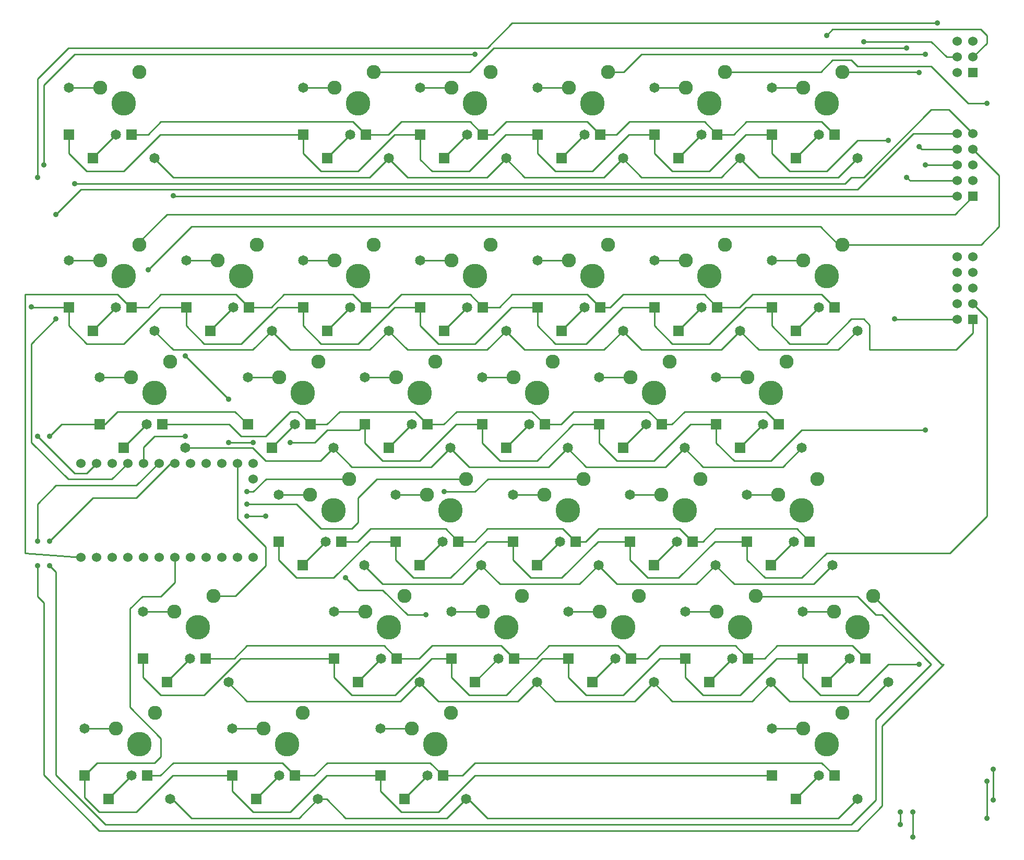
<source format=gtl>
G04 (created by PCBNEW (2013-07-07 BZR 4022)-stable) date 11/2/2014 12:02:25 AM*
%MOIN*%
G04 Gerber Fmt 3.4, Leading zero omitted, Abs format*
%FSLAX34Y34*%
G01*
G70*
G90*
G04 APERTURE LIST*
%ADD10C,0.00590551*%
%ADD11C,0.09*%
%ADD12C,0.157*%
%ADD13C,0.065*%
%ADD14R,0.065X0.065*%
%ADD15R,0.06X0.06*%
%ADD16C,0.06*%
%ADD17C,0.035*%
%ADD18C,0.01*%
G04 APERTURE END LIST*
G54D10*
G54D11*
X55330Y-42488D03*
X52830Y-43488D03*
G54D12*
X54330Y-44488D03*
G54D13*
X50830Y-43488D03*
G54D14*
X50830Y-46488D03*
G54D13*
X53830Y-46488D03*
G54D14*
X54830Y-46488D03*
X52362Y-47988D03*
G54D13*
X56299Y-47988D03*
G54D11*
X41944Y-27527D03*
X39444Y-28527D03*
G54D12*
X40944Y-29527D03*
G54D13*
X37444Y-28527D03*
G54D14*
X37444Y-31527D03*
G54D13*
X40444Y-31527D03*
G54D14*
X41444Y-31527D03*
X38976Y-33027D03*
G54D13*
X42913Y-33027D03*
G54D11*
X45881Y-35007D03*
X43381Y-36007D03*
G54D12*
X44881Y-37007D03*
G54D13*
X41381Y-36007D03*
G54D14*
X41381Y-39007D03*
G54D13*
X44381Y-39007D03*
G54D14*
X45381Y-39007D03*
X42913Y-40507D03*
G54D13*
X46850Y-40507D03*
G54D11*
X47850Y-42488D03*
X45350Y-43488D03*
G54D12*
X46850Y-44488D03*
G54D13*
X43350Y-43488D03*
G54D14*
X43350Y-46488D03*
G54D13*
X46350Y-46488D03*
G54D14*
X47350Y-46488D03*
X44881Y-47988D03*
G54D13*
X48818Y-47988D03*
G54D11*
X51393Y-49968D03*
X48893Y-50968D03*
G54D12*
X50393Y-51968D03*
G54D13*
X46893Y-50968D03*
G54D14*
X46893Y-53968D03*
G54D13*
X49893Y-53968D03*
G54D14*
X50893Y-53968D03*
X48425Y-55468D03*
G54D13*
X52362Y-55468D03*
G54D11*
X64385Y-57448D03*
X61885Y-58448D03*
G54D12*
X63385Y-59448D03*
G54D13*
X59885Y-58448D03*
G54D14*
X59885Y-61448D03*
G54D13*
X62885Y-61448D03*
G54D14*
X63885Y-61448D03*
X61417Y-62948D03*
G54D13*
X65354Y-62948D03*
G54D11*
X56905Y-16503D03*
X54405Y-17503D03*
G54D12*
X55905Y-18503D03*
G54D13*
X52405Y-17503D03*
G54D14*
X52405Y-20503D03*
G54D13*
X55405Y-20503D03*
G54D14*
X56405Y-20503D03*
X53937Y-22003D03*
G54D13*
X57874Y-22003D03*
G54D11*
X49425Y-27527D03*
X46925Y-28527D03*
G54D12*
X48425Y-29527D03*
G54D13*
X44925Y-28527D03*
G54D14*
X44925Y-31527D03*
G54D13*
X47925Y-31527D03*
G54D14*
X48925Y-31527D03*
X46456Y-33027D03*
G54D13*
X50393Y-33027D03*
G54D11*
X53362Y-35007D03*
X50862Y-36007D03*
G54D12*
X52362Y-37007D03*
G54D13*
X48862Y-36007D03*
G54D14*
X48862Y-39007D03*
G54D13*
X51862Y-39007D03*
G54D14*
X52862Y-39007D03*
X50393Y-40507D03*
G54D13*
X54330Y-40507D03*
G54D11*
X19503Y-16503D03*
X17003Y-17503D03*
G54D12*
X18503Y-18503D03*
G54D13*
X15003Y-17503D03*
G54D14*
X15003Y-20503D03*
G54D13*
X18003Y-20503D03*
G54D14*
X19003Y-20503D03*
X16535Y-22003D03*
G54D13*
X20472Y-22003D03*
G54D11*
X58874Y-49968D03*
X56374Y-50968D03*
G54D12*
X57874Y-51968D03*
G54D13*
X54374Y-50968D03*
G54D14*
X54374Y-53968D03*
G54D13*
X57374Y-53968D03*
G54D14*
X58374Y-53968D03*
X55905Y-55468D03*
G54D13*
X59842Y-55468D03*
G54D11*
X64385Y-16503D03*
X61885Y-17503D03*
G54D12*
X63385Y-18503D03*
G54D13*
X59885Y-17503D03*
G54D14*
X59885Y-20503D03*
G54D13*
X62885Y-20503D03*
G54D14*
X63885Y-20503D03*
X61417Y-22003D03*
G54D13*
X65354Y-22003D03*
G54D11*
X56905Y-27527D03*
X54405Y-28527D03*
G54D12*
X55905Y-29527D03*
G54D13*
X52405Y-28527D03*
G54D14*
X52405Y-31527D03*
G54D13*
X55405Y-31527D03*
G54D14*
X56405Y-31527D03*
X53937Y-33027D03*
G54D13*
X57874Y-33027D03*
G54D11*
X60842Y-35007D03*
X58342Y-36007D03*
G54D12*
X59842Y-37007D03*
G54D13*
X56342Y-36007D03*
G54D14*
X56342Y-39007D03*
G54D13*
X59342Y-39007D03*
G54D14*
X60342Y-39007D03*
X57874Y-40507D03*
G54D13*
X61811Y-40507D03*
G54D11*
X62811Y-42488D03*
X60311Y-43488D03*
G54D12*
X61811Y-44488D03*
G54D13*
X58311Y-43488D03*
G54D14*
X58311Y-46488D03*
G54D13*
X61311Y-46488D03*
G54D14*
X62311Y-46488D03*
X59842Y-47988D03*
G54D13*
X63779Y-47988D03*
G54D11*
X66354Y-49968D03*
X63854Y-50968D03*
G54D12*
X65354Y-51968D03*
G54D13*
X61854Y-50968D03*
G54D14*
X61854Y-53968D03*
G54D13*
X64854Y-53968D03*
G54D14*
X65854Y-53968D03*
X63385Y-55468D03*
G54D13*
X67322Y-55468D03*
G54D11*
X64385Y-27527D03*
X61885Y-28527D03*
G54D12*
X63385Y-29527D03*
G54D13*
X59885Y-28527D03*
G54D14*
X59885Y-31527D03*
G54D13*
X62885Y-31527D03*
G54D14*
X63885Y-31527D03*
X61417Y-33027D03*
G54D13*
X65354Y-33027D03*
G54D11*
X49425Y-16503D03*
X46925Y-17503D03*
G54D12*
X48425Y-18503D03*
G54D13*
X44925Y-17503D03*
G54D14*
X44925Y-20503D03*
G54D13*
X47925Y-20503D03*
G54D14*
X48925Y-20503D03*
X46456Y-22003D03*
G54D13*
X50393Y-22003D03*
G54D11*
X19503Y-27527D03*
X17003Y-28527D03*
G54D12*
X18503Y-29527D03*
G54D13*
X15003Y-28527D03*
G54D14*
X15003Y-31527D03*
G54D13*
X18003Y-31527D03*
G54D14*
X19003Y-31527D03*
X16535Y-33027D03*
G54D13*
X20472Y-33027D03*
G54D11*
X21472Y-35007D03*
X18972Y-36007D03*
G54D12*
X20472Y-37007D03*
G54D13*
X16972Y-36007D03*
G54D14*
X16972Y-39007D03*
G54D13*
X19972Y-39007D03*
G54D14*
X20972Y-39007D03*
X18503Y-40507D03*
G54D13*
X22440Y-40507D03*
G54D11*
X24228Y-49968D03*
X21728Y-50968D03*
G54D12*
X23228Y-51968D03*
G54D13*
X19728Y-50968D03*
G54D14*
X19728Y-53968D03*
G54D13*
X22728Y-53968D03*
G54D14*
X23728Y-53968D03*
X21259Y-55468D03*
G54D13*
X25196Y-55468D03*
G54D11*
X20488Y-57448D03*
X17988Y-58448D03*
G54D12*
X19488Y-59448D03*
G54D13*
X15988Y-58448D03*
G54D14*
X15988Y-61448D03*
G54D13*
X18988Y-61448D03*
G54D14*
X19988Y-61448D03*
X17519Y-62948D03*
G54D13*
X21456Y-62948D03*
G54D11*
X34464Y-16503D03*
X31964Y-17503D03*
G54D12*
X33464Y-18503D03*
G54D13*
X29964Y-17503D03*
G54D14*
X29964Y-20503D03*
G54D13*
X32964Y-20503D03*
G54D14*
X33964Y-20503D03*
X31496Y-22003D03*
G54D13*
X35433Y-22003D03*
G54D11*
X26984Y-27527D03*
X24484Y-28527D03*
G54D12*
X25984Y-29527D03*
G54D13*
X22484Y-28527D03*
G54D14*
X22484Y-31527D03*
G54D13*
X25484Y-31527D03*
G54D14*
X26484Y-31527D03*
X24015Y-33027D03*
G54D13*
X27952Y-33027D03*
G54D11*
X30921Y-35007D03*
X28421Y-36007D03*
G54D12*
X29921Y-37007D03*
G54D13*
X26421Y-36007D03*
G54D14*
X26421Y-39007D03*
G54D13*
X29421Y-39007D03*
G54D14*
X30421Y-39007D03*
X27952Y-40507D03*
G54D13*
X31889Y-40507D03*
G54D11*
X32889Y-42488D03*
X30389Y-43488D03*
G54D12*
X31889Y-44488D03*
G54D13*
X28389Y-43488D03*
G54D14*
X28389Y-46488D03*
G54D13*
X31389Y-46488D03*
G54D14*
X32389Y-46488D03*
X29921Y-47988D03*
G54D13*
X33858Y-47988D03*
G54D11*
X36433Y-49968D03*
X33933Y-50968D03*
G54D12*
X35433Y-51968D03*
G54D13*
X31933Y-50968D03*
G54D14*
X31933Y-53968D03*
G54D13*
X34933Y-53968D03*
G54D14*
X35933Y-53968D03*
X33464Y-55468D03*
G54D13*
X37401Y-55468D03*
G54D11*
X29937Y-57448D03*
X27437Y-58448D03*
G54D12*
X28937Y-59448D03*
G54D13*
X25437Y-58448D03*
G54D14*
X25437Y-61448D03*
G54D13*
X28437Y-61448D03*
G54D14*
X29437Y-61448D03*
X26968Y-62948D03*
G54D13*
X30905Y-62948D03*
G54D11*
X41944Y-16503D03*
X39444Y-17503D03*
G54D12*
X40944Y-18503D03*
G54D13*
X37444Y-17503D03*
G54D14*
X37444Y-20503D03*
G54D13*
X40444Y-20503D03*
G54D14*
X41444Y-20503D03*
X38976Y-22003D03*
G54D13*
X42913Y-22003D03*
G54D11*
X34464Y-27527D03*
X31964Y-28527D03*
G54D12*
X33464Y-29527D03*
G54D13*
X29964Y-28527D03*
G54D14*
X29964Y-31527D03*
G54D13*
X32964Y-31527D03*
G54D14*
X33964Y-31527D03*
X31496Y-33027D03*
G54D13*
X35433Y-33027D03*
G54D11*
X38401Y-35007D03*
X35901Y-36007D03*
G54D12*
X37401Y-37007D03*
G54D13*
X33901Y-36007D03*
G54D14*
X33901Y-39007D03*
G54D13*
X36901Y-39007D03*
G54D14*
X37901Y-39007D03*
X35433Y-40507D03*
G54D13*
X39370Y-40507D03*
G54D11*
X40370Y-42488D03*
X37870Y-43488D03*
G54D12*
X39370Y-44488D03*
G54D13*
X35870Y-43488D03*
G54D14*
X35870Y-46488D03*
G54D13*
X38870Y-46488D03*
G54D14*
X39870Y-46488D03*
X37401Y-47988D03*
G54D13*
X41338Y-47988D03*
G54D11*
X43913Y-49968D03*
X41413Y-50968D03*
G54D12*
X42913Y-51968D03*
G54D13*
X39413Y-50968D03*
G54D14*
X39413Y-53968D03*
G54D13*
X42413Y-53968D03*
G54D14*
X43413Y-53968D03*
X40944Y-55468D03*
G54D13*
X44881Y-55468D03*
G54D11*
X39385Y-57448D03*
X36885Y-58448D03*
G54D12*
X38385Y-59448D03*
G54D13*
X34885Y-58448D03*
G54D14*
X34885Y-61448D03*
G54D13*
X37885Y-61448D03*
G54D14*
X38885Y-61448D03*
X36417Y-62948D03*
G54D13*
X40354Y-62948D03*
G54D15*
X72744Y-24440D03*
G54D16*
X71744Y-24440D03*
X72744Y-23440D03*
X71744Y-23440D03*
X72744Y-22440D03*
X71744Y-22440D03*
X72744Y-21440D03*
X71744Y-21440D03*
X72744Y-20440D03*
X71744Y-20440D03*
G54D15*
X72744Y-16551D03*
G54D16*
X71744Y-16551D03*
X72744Y-15551D03*
X71744Y-15551D03*
X72744Y-14551D03*
X71744Y-14551D03*
G54D15*
X72744Y-32314D03*
G54D16*
X71744Y-32314D03*
X72744Y-31314D03*
X71744Y-31314D03*
X72744Y-30314D03*
X71744Y-30314D03*
X72744Y-29314D03*
X71744Y-29314D03*
X72744Y-28314D03*
X71744Y-28314D03*
X16759Y-47488D03*
X15759Y-41488D03*
X21759Y-47488D03*
X21759Y-41488D03*
X20759Y-41488D03*
X19759Y-41488D03*
X18759Y-41488D03*
X17759Y-41488D03*
X16759Y-41488D03*
X22759Y-41488D03*
X23759Y-41488D03*
X24759Y-41488D03*
X25759Y-41488D03*
X26759Y-41488D03*
X20759Y-47488D03*
X19759Y-47488D03*
X18759Y-47488D03*
X17759Y-47488D03*
X15759Y-47488D03*
X22759Y-47488D03*
X23759Y-47488D03*
X24759Y-47488D03*
X25759Y-47488D03*
X26759Y-47488D03*
X26759Y-42488D03*
G54D17*
X69291Y-54330D03*
X22440Y-39763D03*
X20078Y-29133D03*
X15354Y-23622D03*
X14173Y-32283D03*
X14173Y-25590D03*
X70472Y-13385D03*
X12992Y-23228D03*
X12992Y-39763D03*
X40944Y-15354D03*
X13385Y-22440D03*
X68897Y-63779D03*
X68897Y-65354D03*
X73622Y-61811D03*
X73622Y-64173D03*
X63385Y-14173D03*
X74015Y-61023D03*
X74015Y-62992D03*
X68110Y-63779D03*
X68110Y-64566D03*
X26771Y-40157D03*
X25196Y-40157D03*
X25196Y-37401D03*
X22440Y-34645D03*
X21653Y-24409D03*
X67716Y-32283D03*
X67322Y-20866D03*
X12992Y-46456D03*
X12992Y-48031D03*
X69291Y-21259D03*
X69291Y-16535D03*
X12598Y-31496D03*
X13779Y-48031D03*
X13779Y-46456D03*
X73622Y-18503D03*
X65748Y-14566D03*
X26377Y-43307D03*
X68503Y-23228D03*
X68503Y-14960D03*
X13779Y-39763D03*
X69685Y-39370D03*
X29133Y-40157D03*
X38976Y-43307D03*
X37795Y-51181D03*
X32677Y-48818D03*
X26377Y-44881D03*
X27559Y-44881D03*
X69685Y-22440D03*
X69685Y-15354D03*
X26377Y-44094D03*
G54D18*
X58311Y-46488D02*
X58311Y-47681D01*
X73622Y-32192D02*
X72744Y-31314D01*
X73622Y-44881D02*
X73622Y-32192D01*
X71259Y-47244D02*
X73622Y-44881D01*
X63385Y-47244D02*
X71259Y-47244D01*
X61811Y-48818D02*
X63385Y-47244D01*
X59448Y-48818D02*
X61811Y-48818D01*
X58311Y-47681D02*
X59448Y-48818D01*
X50830Y-46488D02*
X50830Y-47681D01*
X56267Y-46488D02*
X58311Y-46488D01*
X53937Y-48818D02*
X56267Y-46488D01*
X51968Y-48818D02*
X53937Y-48818D01*
X50830Y-47681D02*
X51968Y-48818D01*
X43350Y-46488D02*
X43350Y-47681D01*
X48787Y-46488D02*
X50830Y-46488D01*
X46456Y-48818D02*
X48787Y-46488D01*
X44488Y-48818D02*
X46456Y-48818D01*
X43350Y-47681D02*
X44488Y-48818D01*
X35870Y-46488D02*
X35870Y-47681D01*
X41700Y-46488D02*
X43350Y-46488D01*
X39370Y-48818D02*
X41700Y-46488D01*
X37007Y-48818D02*
X39370Y-48818D01*
X35870Y-47681D02*
X37007Y-48818D01*
X28389Y-46488D02*
X28389Y-47681D01*
X34220Y-46488D02*
X35870Y-46488D01*
X31889Y-48818D02*
X34220Y-46488D01*
X29527Y-48818D02*
X31889Y-48818D01*
X28389Y-47681D02*
X29527Y-48818D01*
X33464Y-55468D02*
X33464Y-55437D01*
X33464Y-55437D02*
X34933Y-53968D01*
X25437Y-58448D02*
X27437Y-58448D01*
X39413Y-50968D02*
X41413Y-50968D01*
X40944Y-55468D02*
X40944Y-55437D01*
X40944Y-55437D02*
X42413Y-53968D01*
X34885Y-58448D02*
X36885Y-58448D01*
X36417Y-62948D02*
X36417Y-62917D01*
X36417Y-62917D02*
X37885Y-61448D01*
X53937Y-33027D02*
X53937Y-32996D01*
X53937Y-32996D02*
X55405Y-31527D01*
X56342Y-36007D02*
X58342Y-36007D01*
X57874Y-40507D02*
X57874Y-40476D01*
X57874Y-40476D02*
X59342Y-39007D01*
X58311Y-43488D02*
X60311Y-43488D01*
X21759Y-47488D02*
X21759Y-49106D01*
X16807Y-60629D02*
X15988Y-61448D01*
X20472Y-60629D02*
X16807Y-60629D01*
X20866Y-60236D02*
X20472Y-60629D01*
X20866Y-59055D02*
X20866Y-60236D01*
X18897Y-57086D02*
X20866Y-59055D01*
X18897Y-50787D02*
X18897Y-57086D01*
X19685Y-50000D02*
X18897Y-50787D01*
X20866Y-50000D02*
X19685Y-50000D01*
X21759Y-49106D02*
X20866Y-50000D01*
X34885Y-61448D02*
X34885Y-62444D01*
X40913Y-61448D02*
X59885Y-61448D01*
X38582Y-63779D02*
X40913Y-61448D01*
X36220Y-63779D02*
X38582Y-63779D01*
X34885Y-62444D02*
X36220Y-63779D01*
X25437Y-61448D02*
X25437Y-62444D01*
X31464Y-61448D02*
X34885Y-61448D01*
X29133Y-63779D02*
X31464Y-61448D01*
X26771Y-63779D02*
X29133Y-63779D01*
X25437Y-62444D02*
X26771Y-63779D01*
X15988Y-61448D02*
X15988Y-62838D01*
X21622Y-61448D02*
X25437Y-61448D01*
X19291Y-63779D02*
X21622Y-61448D01*
X16929Y-63779D02*
X19291Y-63779D01*
X15988Y-62838D02*
X16929Y-63779D01*
X59842Y-47988D02*
X59842Y-47956D01*
X59842Y-47956D02*
X61311Y-46488D01*
X59885Y-28527D02*
X61885Y-28527D01*
X61417Y-33027D02*
X61417Y-32996D01*
X61417Y-32996D02*
X62885Y-31527D01*
X19728Y-50968D02*
X21728Y-50968D01*
X21259Y-55468D02*
X21259Y-55437D01*
X21259Y-55437D02*
X22728Y-53968D01*
X54374Y-50968D02*
X56374Y-50968D01*
X46893Y-50968D02*
X48893Y-50968D01*
X48425Y-55468D02*
X48425Y-55437D01*
X48425Y-55437D02*
X49893Y-53968D01*
X59885Y-58448D02*
X61885Y-58448D01*
X61417Y-62948D02*
X61417Y-62917D01*
X61417Y-62917D02*
X62885Y-61448D01*
X61854Y-53968D02*
X61854Y-55161D01*
X67322Y-54330D02*
X69291Y-54330D01*
X65354Y-56299D02*
X67322Y-54330D01*
X62992Y-56299D02*
X65354Y-56299D01*
X61854Y-55161D02*
X62992Y-56299D01*
X54374Y-53968D02*
X54374Y-55161D01*
X60204Y-53968D02*
X61854Y-53968D01*
X57874Y-56299D02*
X60204Y-53968D01*
X55511Y-56299D02*
X57874Y-56299D01*
X54374Y-55161D02*
X55511Y-56299D01*
X46893Y-53968D02*
X46893Y-55161D01*
X52724Y-53968D02*
X54374Y-53968D01*
X50393Y-56299D02*
X52724Y-53968D01*
X48031Y-56299D02*
X50393Y-56299D01*
X46893Y-55161D02*
X48031Y-56299D01*
X39413Y-53968D02*
X39413Y-55161D01*
X45244Y-53968D02*
X46893Y-53968D01*
X42913Y-56299D02*
X45244Y-53968D01*
X40551Y-56299D02*
X42913Y-56299D01*
X39413Y-55161D02*
X40551Y-56299D01*
X31933Y-53968D02*
X31933Y-55161D01*
X38157Y-53968D02*
X39413Y-53968D01*
X35826Y-56299D02*
X38157Y-53968D01*
X33070Y-56299D02*
X35826Y-56299D01*
X31933Y-55161D02*
X33070Y-56299D01*
X19728Y-53968D02*
X19728Y-55161D01*
X25952Y-53968D02*
X31933Y-53968D01*
X23622Y-56299D02*
X25952Y-53968D01*
X20866Y-56299D02*
X23622Y-56299D01*
X19728Y-55161D02*
X20866Y-56299D01*
X55905Y-55468D02*
X55905Y-55437D01*
X55905Y-55437D02*
X57374Y-53968D01*
X61854Y-50968D02*
X63854Y-50968D01*
X63385Y-55468D02*
X63385Y-55437D01*
X63385Y-55437D02*
X64854Y-53968D01*
X64385Y-27527D02*
X64141Y-27527D01*
X19759Y-40476D02*
X19759Y-41488D01*
X20472Y-39763D02*
X19759Y-40476D01*
X22440Y-39763D02*
X20472Y-39763D01*
X22834Y-26377D02*
X20078Y-29133D01*
X62992Y-26377D02*
X22834Y-26377D01*
X64141Y-27527D02*
X62992Y-26377D01*
X64385Y-27527D02*
X73259Y-27527D01*
X74409Y-23106D02*
X72744Y-21440D01*
X74409Y-26377D02*
X74409Y-23106D01*
X73259Y-27527D02*
X74409Y-26377D01*
X71200Y-18897D02*
X72744Y-20440D01*
X70078Y-18897D02*
X71200Y-18897D01*
X65748Y-23228D02*
X70078Y-18897D01*
X64960Y-23228D02*
X65748Y-23228D01*
X64566Y-23622D02*
X64960Y-23228D01*
X15354Y-23622D02*
X64566Y-23622D01*
X71744Y-20440D02*
X68929Y-20440D01*
X18748Y-41488D02*
X18759Y-41488D01*
X17716Y-42519D02*
X18748Y-41488D01*
X14960Y-42519D02*
X17716Y-42519D01*
X12598Y-40157D02*
X14960Y-42519D01*
X12598Y-33858D02*
X12598Y-40157D01*
X14173Y-32283D02*
X12598Y-33858D01*
X15748Y-24015D02*
X14173Y-25590D01*
X65354Y-24015D02*
X15748Y-24015D01*
X68929Y-20440D02*
X65354Y-24015D01*
X16759Y-41488D02*
X16759Y-41507D01*
X43307Y-13385D02*
X70472Y-13385D01*
X41732Y-14960D02*
X43307Y-13385D01*
X14960Y-14960D02*
X41732Y-14960D01*
X12992Y-16929D02*
X14960Y-14960D01*
X12992Y-23228D02*
X12992Y-16929D01*
X15354Y-42125D02*
X12992Y-39763D01*
X16141Y-42125D02*
X15354Y-42125D01*
X16759Y-41507D02*
X16141Y-42125D01*
X15354Y-15354D02*
X40944Y-15354D01*
X13385Y-17322D02*
X15354Y-15354D01*
X13385Y-22440D02*
X13385Y-17322D01*
X68897Y-65354D02*
X68897Y-63779D01*
X73622Y-64173D02*
X73622Y-61811D01*
X58374Y-53968D02*
X59417Y-53968D01*
X65035Y-53149D02*
X65854Y-53968D01*
X60236Y-53149D02*
X65035Y-53149D01*
X59417Y-53968D02*
X60236Y-53149D01*
X50893Y-53968D02*
X51937Y-53968D01*
X57555Y-53149D02*
X58374Y-53968D01*
X52755Y-53149D02*
X57555Y-53149D01*
X51937Y-53968D02*
X52755Y-53149D01*
X43413Y-53968D02*
X44850Y-53968D01*
X50074Y-53149D02*
X50893Y-53968D01*
X45669Y-53149D02*
X50074Y-53149D01*
X44850Y-53968D02*
X45669Y-53149D01*
X35933Y-53968D02*
X37370Y-53968D01*
X42594Y-53149D02*
X43413Y-53968D01*
X38188Y-53149D02*
X42594Y-53149D01*
X37370Y-53968D02*
X38188Y-53149D01*
X23728Y-53968D02*
X25559Y-53968D01*
X35114Y-53149D02*
X35933Y-53968D01*
X26377Y-53149D02*
X35114Y-53149D01*
X25559Y-53968D02*
X26377Y-53149D01*
X73622Y-14673D02*
X72744Y-15551D01*
X73622Y-14173D02*
X73622Y-14673D01*
X73228Y-13779D02*
X73622Y-14173D01*
X63779Y-13779D02*
X73228Y-13779D01*
X63385Y-14173D02*
X63779Y-13779D01*
X56405Y-31527D02*
X57842Y-31527D01*
X63066Y-30708D02*
X63885Y-31527D01*
X58661Y-30708D02*
X63066Y-30708D01*
X57842Y-31527D02*
X58661Y-30708D01*
X48925Y-31527D02*
X49574Y-31527D01*
X55586Y-30708D02*
X56405Y-31527D01*
X50393Y-30708D02*
X55586Y-30708D01*
X49574Y-31527D02*
X50393Y-30708D01*
X41444Y-31527D02*
X42488Y-31527D01*
X48106Y-30708D02*
X48925Y-31527D01*
X43307Y-30708D02*
X48106Y-30708D01*
X42488Y-31527D02*
X43307Y-30708D01*
X33964Y-31527D02*
X35401Y-31527D01*
X40625Y-30708D02*
X41444Y-31527D01*
X36220Y-30708D02*
X40625Y-30708D01*
X35401Y-31527D02*
X36220Y-30708D01*
X26484Y-31527D02*
X27921Y-31527D01*
X33145Y-30708D02*
X33964Y-31527D01*
X28740Y-30708D02*
X33145Y-30708D01*
X27921Y-31527D02*
X28740Y-30708D01*
X19003Y-31527D02*
X20047Y-31527D01*
X25665Y-30708D02*
X26484Y-31527D01*
X20866Y-30708D02*
X25665Y-30708D01*
X20047Y-31527D02*
X20866Y-30708D01*
X19003Y-31527D02*
X18929Y-31527D01*
X12204Y-47244D02*
X15759Y-47488D01*
X12204Y-32677D02*
X12204Y-47244D01*
X12204Y-30708D02*
X12204Y-32677D01*
X18110Y-30708D02*
X12204Y-30708D01*
X18929Y-31527D02*
X18110Y-30708D01*
X20972Y-39007D02*
X25228Y-39007D01*
X29602Y-38188D02*
X30421Y-39007D01*
X29133Y-38188D02*
X29602Y-38188D01*
X27559Y-39763D02*
X29133Y-38188D01*
X25984Y-39763D02*
X27559Y-39763D01*
X25228Y-39007D02*
X25984Y-39763D01*
X38885Y-61448D02*
X40125Y-61448D01*
X40125Y-61448D02*
X40944Y-60629D01*
X40944Y-60629D02*
X63066Y-60629D01*
X63066Y-60629D02*
X63885Y-61448D01*
X29437Y-61448D02*
X30677Y-61448D01*
X30677Y-61448D02*
X31496Y-60629D01*
X31496Y-60629D02*
X38066Y-60629D01*
X38066Y-60629D02*
X38885Y-61448D01*
X19988Y-61448D02*
X20834Y-61448D01*
X28618Y-60629D02*
X29437Y-61448D01*
X21653Y-60629D02*
X28618Y-60629D01*
X20834Y-61448D02*
X21653Y-60629D01*
X54830Y-46488D02*
X55480Y-46488D01*
X61492Y-45669D02*
X62311Y-46488D01*
X56299Y-45669D02*
X61492Y-45669D01*
X55480Y-46488D02*
X56299Y-45669D01*
X47350Y-46488D02*
X48000Y-46488D01*
X48000Y-46488D02*
X48818Y-45669D01*
X48818Y-45669D02*
X54011Y-45669D01*
X54011Y-45669D02*
X54830Y-46488D01*
X39870Y-46488D02*
X40913Y-46488D01*
X40913Y-46488D02*
X41732Y-45669D01*
X41732Y-45669D02*
X46531Y-45669D01*
X46531Y-45669D02*
X47350Y-46488D01*
X32389Y-46488D02*
X33433Y-46488D01*
X39051Y-45669D02*
X39870Y-46488D01*
X34251Y-45669D02*
X39051Y-45669D01*
X33433Y-46488D02*
X34251Y-45669D01*
X52862Y-39007D02*
X53511Y-39007D01*
X59523Y-38188D02*
X60342Y-39007D01*
X54330Y-38188D02*
X59523Y-38188D01*
X53511Y-39007D02*
X54330Y-38188D01*
X45381Y-39007D02*
X46425Y-39007D01*
X46425Y-39007D02*
X47244Y-38188D01*
X47244Y-38188D02*
X52043Y-38188D01*
X52043Y-38188D02*
X52862Y-39007D01*
X37901Y-39007D02*
X38944Y-39007D01*
X38944Y-39007D02*
X39763Y-38188D01*
X39763Y-38188D02*
X44562Y-38188D01*
X44562Y-38188D02*
X45381Y-39007D01*
X30421Y-39007D02*
X31464Y-39007D01*
X37082Y-38188D02*
X37901Y-39007D01*
X32283Y-38188D02*
X37082Y-38188D01*
X31464Y-39007D02*
X32283Y-38188D01*
X56405Y-20503D02*
X57448Y-20503D01*
X63066Y-19685D02*
X63885Y-20503D01*
X58267Y-19685D02*
X63066Y-19685D01*
X57448Y-20503D02*
X58267Y-19685D01*
X48925Y-20503D02*
X49968Y-20503D01*
X49968Y-20503D02*
X50787Y-19685D01*
X50787Y-19685D02*
X55586Y-19685D01*
X55586Y-19685D02*
X56405Y-20503D01*
X41444Y-20503D02*
X42094Y-20503D01*
X42094Y-20503D02*
X42913Y-19685D01*
X42913Y-19685D02*
X48106Y-19685D01*
X48106Y-19685D02*
X48925Y-20503D01*
X33964Y-20503D02*
X35401Y-20503D01*
X40625Y-19685D02*
X41444Y-20503D01*
X36220Y-19685D02*
X40625Y-19685D01*
X35401Y-20503D02*
X36220Y-19685D01*
X19003Y-20503D02*
X20047Y-20503D01*
X33145Y-19685D02*
X33964Y-20503D01*
X20866Y-19685D02*
X33145Y-19685D01*
X20047Y-20503D02*
X20866Y-19685D01*
X74015Y-62992D02*
X74015Y-61023D01*
X68110Y-64566D02*
X68110Y-63779D01*
X71744Y-24440D02*
X21685Y-24440D01*
X25196Y-40157D02*
X26771Y-40157D01*
X22440Y-34645D02*
X25196Y-37401D01*
X21685Y-24440D02*
X21653Y-24409D01*
X59885Y-20503D02*
X59885Y-21696D01*
X67748Y-32314D02*
X71744Y-32314D01*
X67716Y-32283D02*
X67748Y-32314D01*
X65354Y-20866D02*
X67322Y-20866D01*
X63385Y-22834D02*
X65354Y-20866D01*
X61023Y-22834D02*
X63385Y-22834D01*
X59885Y-21696D02*
X61023Y-22834D01*
X52405Y-20503D02*
X52405Y-21696D01*
X58236Y-20503D02*
X59885Y-20503D01*
X55905Y-22834D02*
X58236Y-20503D01*
X53543Y-22834D02*
X55905Y-22834D01*
X52405Y-21696D02*
X53543Y-22834D01*
X44925Y-20503D02*
X44925Y-21696D01*
X50755Y-20503D02*
X52405Y-20503D01*
X48425Y-22834D02*
X50755Y-20503D01*
X46062Y-22834D02*
X48425Y-22834D01*
X44925Y-21696D02*
X46062Y-22834D01*
X37444Y-20503D02*
X37444Y-22090D01*
X42881Y-20503D02*
X44925Y-20503D01*
X40551Y-22834D02*
X42881Y-20503D01*
X38188Y-22834D02*
X40551Y-22834D01*
X37444Y-22090D02*
X38188Y-22834D01*
X29964Y-20503D02*
X29964Y-21696D01*
X35795Y-20503D02*
X37444Y-20503D01*
X33464Y-22834D02*
X35795Y-20503D01*
X31102Y-22834D02*
X33464Y-22834D01*
X29964Y-21696D02*
X31102Y-22834D01*
X15003Y-20503D02*
X15003Y-21696D01*
X20834Y-20503D02*
X29964Y-20503D01*
X18503Y-22834D02*
X20834Y-20503D01*
X16141Y-22834D02*
X18503Y-22834D01*
X15003Y-21696D02*
X16141Y-22834D01*
X13385Y-61417D02*
X16929Y-64960D01*
X20716Y-41488D02*
X19291Y-42913D01*
X19291Y-42913D02*
X14173Y-42913D01*
X14173Y-42913D02*
X12992Y-44094D01*
X12992Y-44094D02*
X12992Y-46456D01*
X12992Y-48031D02*
X12992Y-50000D01*
X12992Y-50000D02*
X13385Y-50393D01*
X13385Y-50393D02*
X13385Y-61417D01*
X20759Y-41488D02*
X20716Y-41488D01*
X70716Y-54330D02*
X66354Y-49968D01*
X70866Y-54330D02*
X70716Y-54330D01*
X66929Y-58267D02*
X70866Y-54330D01*
X66929Y-63385D02*
X66929Y-58267D01*
X65354Y-64960D02*
X66929Y-63385D01*
X16929Y-64960D02*
X65354Y-64960D01*
X64385Y-16503D02*
X69259Y-16503D01*
X69472Y-21440D02*
X71744Y-21440D01*
X69291Y-21259D02*
X69472Y-21440D01*
X69259Y-16503D02*
X69291Y-16535D01*
X15003Y-31527D02*
X12629Y-31527D01*
X12629Y-31527D02*
X12598Y-31496D01*
X59885Y-31527D02*
X59885Y-32720D01*
X72744Y-33161D02*
X72744Y-32314D01*
X71653Y-34251D02*
X72744Y-33161D01*
X66141Y-34251D02*
X71653Y-34251D01*
X66141Y-32677D02*
X66141Y-34251D01*
X65748Y-32283D02*
X66141Y-32677D01*
X64960Y-32283D02*
X65748Y-32283D01*
X63385Y-33858D02*
X64960Y-32283D01*
X61023Y-33858D02*
X63385Y-33858D01*
X59885Y-32720D02*
X61023Y-33858D01*
X52405Y-31527D02*
X52405Y-32720D01*
X58236Y-31527D02*
X59885Y-31527D01*
X55905Y-33858D02*
X58236Y-31527D01*
X53543Y-33858D02*
X55905Y-33858D01*
X52405Y-32720D02*
X53543Y-33858D01*
X44925Y-31527D02*
X44925Y-32720D01*
X50362Y-31527D02*
X52405Y-31527D01*
X48031Y-33858D02*
X50362Y-31527D01*
X46062Y-33858D02*
X48031Y-33858D01*
X44925Y-32720D02*
X46062Y-33858D01*
X37444Y-31527D02*
X37444Y-32720D01*
X43275Y-31527D02*
X44925Y-31527D01*
X40944Y-33858D02*
X43275Y-31527D01*
X38582Y-33858D02*
X40944Y-33858D01*
X37444Y-32720D02*
X38582Y-33858D01*
X29964Y-31527D02*
X29964Y-32720D01*
X35795Y-31527D02*
X37444Y-31527D01*
X33464Y-33858D02*
X35795Y-31527D01*
X31102Y-33858D02*
X33464Y-33858D01*
X29964Y-32720D02*
X31102Y-33858D01*
X22484Y-31527D02*
X22484Y-32720D01*
X28314Y-31527D02*
X29964Y-31527D01*
X25984Y-33858D02*
X28314Y-31527D01*
X23622Y-33858D02*
X25984Y-33858D01*
X22484Y-32720D02*
X23622Y-33858D01*
X15003Y-31527D02*
X15003Y-32720D01*
X20834Y-31527D02*
X22484Y-31527D01*
X18503Y-33858D02*
X20834Y-31527D01*
X16141Y-33858D02*
X18503Y-33858D01*
X15003Y-32720D02*
X16141Y-33858D01*
X21759Y-41488D02*
X21503Y-41488D01*
X58905Y-50000D02*
X58874Y-49968D01*
X65354Y-50000D02*
X58905Y-50000D01*
X66535Y-51181D02*
X65354Y-50000D01*
X66929Y-51181D02*
X66535Y-51181D01*
X70078Y-54330D02*
X66929Y-51181D01*
X66535Y-57874D02*
X70078Y-54330D01*
X66535Y-62992D02*
X66535Y-57874D01*
X64960Y-64566D02*
X66535Y-62992D01*
X17322Y-64566D02*
X64960Y-64566D01*
X14173Y-61417D02*
X17322Y-64566D01*
X14173Y-48425D02*
X14173Y-61417D01*
X13779Y-48031D02*
X14173Y-48425D01*
X16535Y-43700D02*
X13779Y-46456D01*
X19291Y-43700D02*
X16535Y-43700D01*
X21503Y-41488D02*
X19291Y-43700D01*
X56905Y-16503D02*
X63023Y-16503D01*
X72440Y-18503D02*
X73622Y-18503D01*
X70078Y-16141D02*
X72440Y-18503D01*
X65354Y-16141D02*
X70078Y-16141D01*
X64960Y-15748D02*
X65354Y-16141D01*
X63779Y-15748D02*
X64960Y-15748D01*
X63023Y-16503D02*
X63779Y-15748D01*
X71062Y-15551D02*
X71744Y-15551D01*
X70078Y-14566D02*
X71062Y-15551D01*
X65748Y-14566D02*
X70078Y-14566D01*
X22440Y-40507D02*
X26728Y-40507D01*
X31059Y-41338D02*
X31889Y-40507D01*
X27559Y-41338D02*
X31059Y-41338D01*
X26728Y-40507D02*
X27559Y-41338D01*
X21456Y-62948D02*
X21610Y-62948D01*
X29681Y-64173D02*
X30905Y-62948D01*
X22834Y-64173D02*
X29681Y-64173D01*
X21610Y-62948D02*
X22834Y-64173D01*
X30905Y-62948D02*
X31452Y-62948D01*
X39129Y-64173D02*
X40354Y-62948D01*
X32677Y-64173D02*
X39129Y-64173D01*
X31452Y-62948D02*
X32677Y-64173D01*
X40354Y-62948D02*
X40507Y-62948D01*
X64129Y-64173D02*
X65354Y-62948D01*
X41732Y-64173D02*
X64129Y-64173D01*
X40507Y-62948D02*
X41732Y-64173D01*
X25196Y-55468D02*
X25196Y-55511D01*
X36177Y-56692D02*
X37401Y-55468D01*
X26377Y-56692D02*
X36177Y-56692D01*
X25196Y-55511D02*
X26377Y-56692D01*
X37401Y-55468D02*
X37401Y-55511D01*
X43657Y-56692D02*
X44881Y-55468D01*
X38582Y-56692D02*
X43657Y-56692D01*
X37401Y-55511D02*
X38582Y-56692D01*
X44881Y-55468D02*
X44881Y-55511D01*
X51137Y-56692D02*
X52362Y-55468D01*
X46062Y-56692D02*
X51137Y-56692D01*
X44881Y-55511D02*
X46062Y-56692D01*
X52362Y-55468D02*
X52362Y-55511D01*
X58618Y-56692D02*
X59842Y-55468D01*
X53543Y-56692D02*
X58618Y-56692D01*
X52362Y-55511D02*
X53543Y-56692D01*
X59842Y-55468D02*
X59842Y-55511D01*
X59842Y-55511D02*
X61023Y-56692D01*
X61023Y-56692D02*
X66098Y-56692D01*
X66098Y-56692D02*
X67322Y-55468D01*
X33858Y-47988D02*
X33858Y-48031D01*
X40114Y-49212D02*
X41338Y-47988D01*
X35039Y-49212D02*
X40114Y-49212D01*
X33858Y-48031D02*
X35039Y-49212D01*
X41338Y-47988D02*
X41338Y-48031D01*
X47594Y-49212D02*
X48818Y-47988D01*
X42519Y-49212D02*
X47594Y-49212D01*
X41338Y-48031D02*
X42519Y-49212D01*
X48818Y-47988D02*
X48818Y-48031D01*
X55074Y-49212D02*
X56299Y-47988D01*
X50000Y-49212D02*
X55074Y-49212D01*
X48818Y-48031D02*
X50000Y-49212D01*
X56299Y-47988D02*
X56299Y-48031D01*
X56299Y-48031D02*
X57480Y-49212D01*
X57480Y-49212D02*
X62555Y-49212D01*
X62555Y-49212D02*
X63779Y-47988D01*
X31889Y-40507D02*
X31889Y-40551D01*
X38145Y-41732D02*
X39370Y-40507D01*
X33070Y-41732D02*
X38145Y-41732D01*
X31889Y-40551D02*
X33070Y-41732D01*
X39370Y-40507D02*
X39370Y-40551D01*
X45625Y-41732D02*
X46850Y-40507D01*
X40551Y-41732D02*
X45625Y-41732D01*
X39370Y-40551D02*
X40551Y-41732D01*
X46850Y-40507D02*
X46850Y-40551D01*
X53106Y-41732D02*
X54330Y-40507D01*
X48031Y-41732D02*
X53106Y-41732D01*
X46850Y-40551D02*
X48031Y-41732D01*
X54330Y-40507D02*
X54330Y-40551D01*
X54330Y-40551D02*
X55511Y-41732D01*
X55511Y-41732D02*
X60586Y-41732D01*
X60586Y-41732D02*
X61811Y-40507D01*
X57874Y-33027D02*
X57874Y-33070D01*
X57874Y-33070D02*
X59055Y-34251D01*
X59055Y-34251D02*
X64129Y-34251D01*
X64129Y-34251D02*
X65354Y-33027D01*
X50393Y-33027D02*
X50393Y-33070D01*
X50393Y-33070D02*
X51574Y-34251D01*
X51574Y-34251D02*
X56649Y-34251D01*
X56649Y-34251D02*
X57874Y-33027D01*
X42913Y-33027D02*
X42913Y-33070D01*
X49169Y-34251D02*
X50393Y-33027D01*
X44094Y-34251D02*
X49169Y-34251D01*
X42913Y-33070D02*
X44094Y-34251D01*
X35433Y-33027D02*
X35433Y-33070D01*
X41688Y-34251D02*
X42913Y-33027D01*
X36614Y-34251D02*
X41688Y-34251D01*
X35433Y-33070D02*
X36614Y-34251D01*
X27952Y-33027D02*
X27952Y-33070D01*
X34208Y-34251D02*
X35433Y-33027D01*
X29133Y-34251D02*
X34208Y-34251D01*
X27952Y-33070D02*
X29133Y-34251D01*
X20472Y-33027D02*
X20472Y-33070D01*
X26728Y-34251D02*
X27952Y-33027D01*
X21653Y-34251D02*
X26728Y-34251D01*
X20472Y-33070D02*
X21653Y-34251D01*
X20472Y-22003D02*
X20472Y-22047D01*
X34208Y-23228D02*
X35433Y-22003D01*
X21653Y-23228D02*
X34208Y-23228D01*
X20472Y-22047D02*
X21653Y-23228D01*
X35433Y-22003D02*
X35433Y-22047D01*
X41688Y-23228D02*
X42913Y-22003D01*
X36614Y-23228D02*
X41688Y-23228D01*
X35433Y-22047D02*
X36614Y-23228D01*
X42913Y-22003D02*
X42913Y-22047D01*
X49169Y-23228D02*
X50393Y-22003D01*
X44094Y-23228D02*
X49169Y-23228D01*
X42913Y-22047D02*
X44094Y-23228D01*
X50393Y-22003D02*
X50393Y-22047D01*
X50393Y-22047D02*
X51574Y-23228D01*
X51574Y-23228D02*
X56649Y-23228D01*
X56649Y-23228D02*
X57874Y-22003D01*
X57874Y-22003D02*
X57874Y-22047D01*
X57874Y-22047D02*
X59055Y-23228D01*
X59055Y-23228D02*
X64129Y-23228D01*
X64129Y-23228D02*
X65354Y-22003D01*
X32889Y-42488D02*
X27590Y-42488D01*
X26771Y-43307D02*
X26377Y-43307D01*
X27590Y-42488D02*
X26771Y-43307D01*
X34464Y-16503D02*
X40582Y-16503D01*
X68716Y-23440D02*
X71744Y-23440D01*
X68503Y-23228D02*
X68716Y-23440D01*
X42125Y-14960D02*
X68503Y-14960D01*
X40582Y-16503D02*
X42125Y-14960D01*
X16972Y-39007D02*
X14535Y-39007D01*
X14535Y-39007D02*
X13779Y-39763D01*
X56342Y-39007D02*
X56342Y-40200D01*
X61811Y-39370D02*
X69685Y-39370D01*
X59842Y-41338D02*
X61811Y-39370D01*
X57480Y-41338D02*
X59842Y-41338D01*
X56342Y-40200D02*
X57480Y-41338D01*
X33539Y-39370D02*
X33901Y-39007D01*
X31496Y-39370D02*
X33539Y-39370D01*
X30708Y-40157D02*
X31496Y-39370D01*
X30314Y-40157D02*
X30708Y-40157D01*
X29133Y-40157D02*
X30314Y-40157D01*
X16972Y-39007D02*
X17291Y-39007D01*
X25602Y-38188D02*
X26421Y-39007D01*
X18110Y-38188D02*
X25602Y-38188D01*
X17291Y-39007D02*
X18110Y-38188D01*
X48862Y-39007D02*
X48862Y-40200D01*
X54692Y-39007D02*
X56342Y-39007D01*
X52362Y-41338D02*
X54692Y-39007D01*
X50000Y-41338D02*
X52362Y-41338D01*
X48862Y-40200D02*
X50000Y-41338D01*
X41381Y-39007D02*
X41381Y-40200D01*
X47212Y-39007D02*
X48862Y-39007D01*
X44881Y-41338D02*
X47212Y-39007D01*
X42519Y-41338D02*
X44881Y-41338D01*
X41381Y-40200D02*
X42519Y-41338D01*
X33901Y-39007D02*
X33901Y-40200D01*
X33901Y-40200D02*
X35039Y-41338D01*
X35039Y-41338D02*
X37401Y-41338D01*
X37401Y-41338D02*
X39732Y-39007D01*
X39732Y-39007D02*
X41381Y-39007D01*
X19503Y-27527D02*
X19503Y-27346D01*
X71594Y-25590D02*
X72744Y-24440D01*
X21259Y-25590D02*
X71594Y-25590D01*
X19503Y-27346D02*
X21259Y-25590D01*
X24228Y-49968D02*
X25622Y-49968D01*
X25759Y-45051D02*
X25759Y-41488D01*
X27559Y-46850D02*
X25759Y-45051D01*
X27559Y-48031D02*
X27559Y-46850D01*
X25622Y-49968D02*
X27559Y-48031D01*
X41763Y-42488D02*
X40944Y-43307D01*
X40944Y-43307D02*
X38976Y-43307D01*
X37795Y-51181D02*
X36614Y-51181D01*
X36614Y-51181D02*
X35039Y-49606D01*
X35039Y-49606D02*
X33464Y-49606D01*
X33464Y-49606D02*
X32677Y-48818D01*
X47850Y-42488D02*
X41763Y-42488D01*
X27559Y-44881D02*
X26377Y-44881D01*
X49425Y-16503D02*
X50425Y-16503D01*
X69685Y-22440D02*
X71744Y-22440D01*
X51574Y-15354D02*
X69685Y-15354D01*
X50425Y-16503D02*
X51574Y-15354D01*
X29527Y-44094D02*
X27559Y-44094D01*
X34677Y-42488D02*
X33464Y-43700D01*
X33464Y-43700D02*
X33464Y-45275D01*
X33464Y-45275D02*
X33070Y-45669D01*
X33070Y-45669D02*
X31102Y-45669D01*
X31102Y-45669D02*
X29527Y-44094D01*
X40370Y-42488D02*
X34677Y-42488D01*
X27559Y-44094D02*
X26377Y-44094D01*
X41381Y-36007D02*
X43381Y-36007D01*
X46456Y-22003D02*
X46456Y-21972D01*
X46456Y-21972D02*
X47925Y-20503D01*
X37444Y-28527D02*
X39444Y-28527D01*
X38976Y-33027D02*
X38976Y-32996D01*
X38976Y-32996D02*
X40444Y-31527D01*
X42913Y-40507D02*
X42913Y-40476D01*
X42913Y-40476D02*
X44381Y-39007D01*
X43350Y-43488D02*
X45350Y-43488D01*
X44881Y-47988D02*
X44881Y-47956D01*
X44881Y-47956D02*
X46350Y-46488D01*
X26968Y-62948D02*
X26968Y-62917D01*
X26968Y-62917D02*
X28437Y-61448D01*
X35870Y-43488D02*
X37870Y-43488D01*
X37401Y-47988D02*
X37401Y-47956D01*
X37401Y-47956D02*
X38870Y-46488D01*
X44925Y-17503D02*
X46925Y-17503D01*
X46456Y-33027D02*
X46456Y-32996D01*
X46456Y-32996D02*
X47925Y-31527D01*
X48862Y-36007D02*
X50862Y-36007D01*
X50393Y-40507D02*
X50393Y-40476D01*
X50393Y-40476D02*
X51862Y-39007D01*
X52362Y-47988D02*
X52362Y-47956D01*
X52362Y-47956D02*
X53830Y-46488D01*
X52405Y-17503D02*
X54405Y-17503D01*
X53937Y-22003D02*
X53937Y-21972D01*
X53937Y-21972D02*
X55405Y-20503D01*
X44925Y-28527D02*
X46925Y-28527D01*
X15988Y-58448D02*
X17988Y-58448D01*
X29964Y-17503D02*
X31964Y-17503D01*
X31496Y-22003D02*
X31496Y-21972D01*
X31496Y-21972D02*
X32964Y-20503D01*
X24015Y-33027D02*
X24015Y-32996D01*
X24015Y-32996D02*
X25484Y-31527D01*
X15003Y-17503D02*
X17003Y-17503D01*
X16535Y-22003D02*
X16535Y-21972D01*
X16535Y-21972D02*
X18003Y-20503D01*
X15003Y-28527D02*
X17003Y-28527D01*
X16535Y-33027D02*
X16535Y-32996D01*
X16535Y-32996D02*
X18003Y-31527D01*
X16972Y-36007D02*
X18972Y-36007D01*
X18503Y-40507D02*
X18503Y-40476D01*
X18503Y-40476D02*
X19972Y-39007D01*
X29964Y-28527D02*
X31964Y-28527D01*
X17519Y-62948D02*
X17519Y-62917D01*
X17519Y-62917D02*
X18988Y-61448D01*
X37444Y-17503D02*
X39444Y-17503D01*
X38976Y-22003D02*
X38976Y-21972D01*
X38976Y-21972D02*
X40444Y-20503D01*
X31496Y-33027D02*
X31496Y-32996D01*
X31496Y-32996D02*
X32964Y-31527D01*
X33901Y-36007D02*
X35901Y-36007D01*
X35433Y-40507D02*
X35433Y-40476D01*
X35433Y-40476D02*
X36901Y-39007D01*
X26421Y-36007D02*
X28421Y-36007D01*
X27952Y-40507D02*
X27952Y-40476D01*
X27952Y-40476D02*
X29421Y-39007D01*
X28389Y-43488D02*
X30389Y-43488D01*
X29921Y-47988D02*
X29921Y-47956D01*
X29921Y-47956D02*
X31389Y-46488D01*
X22484Y-28527D02*
X24484Y-28527D01*
X31933Y-50968D02*
X33933Y-50968D01*
X50830Y-43488D02*
X52830Y-43488D01*
X59885Y-17503D02*
X61885Y-17503D01*
X61417Y-22003D02*
X61417Y-21972D01*
X61417Y-21972D02*
X62885Y-20503D01*
X52405Y-28527D02*
X54405Y-28527D01*
M02*

</source>
